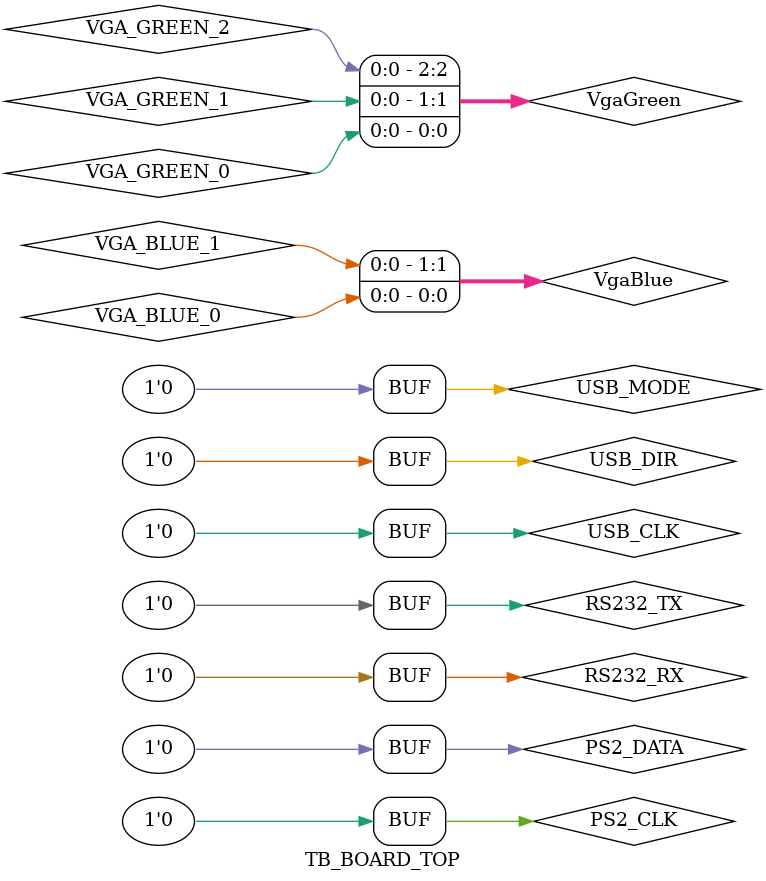
<source format=v>
`define PCLK TB_BOARD_TOP.board_top.fpga_top.fpga_bus_top.digital_top.vga_top.CLK_VGA

/* Insert module header here */
module TB_BOARD_TOP ();

    // Push-buttons
    wire       BTN_0  ; // 
    wire       BTN_1  ; // 
    wire       BTN_2  ; // 
    wire       BTN_3  ; //

//    // 50MHz master clock wire 
//    wire       CLK                   ; //

    // EPP interface to USB chip
    wire       EPP_ASTB              ; // 
    wire       EPP_DSTB              ; // 
    wire       EPP_WAIT              ; //

    // PS2 Interface
    wire       PS2_CLK               = 1'b0; // 
    wire       PS2_DATA              = 1'b0; //

    // RS232 port
    wire       RS232_RX              = 1'b0; // 
    wire       RS232_TX              = 1'b0; //

    // Slider switches
    wire       SW_0   ; // 
    wire       SW_1   ; // 
    wire       SW_2   ; // 
    wire       SW_3   ; // 
    wire       SW_4   ; // 
    wire       SW_5   ; // 
    wire       SW_6   ; // 
    wire       SW_7   ; //

    // USB control
    wire       USB_ADDR_0            ; // 
    wire       USB_ADDR_1            ; // 
    wire       USB_CLK               = 1'b0; // 
    wire       USB_DATA_0            ; // 
    wire       USB_DATA_1            ; // 
    wire       USB_DATA_2            ; // 
    wire       USB_DATA_3            ; // 
    wire       USB_DATA_4            ; // 
    wire       USB_DATA_5            ; // 
    wire       USB_DATA_6            ; // 
    wire       USB_DATA_7            ; // 
    wire       USB_DIR               = 1'b0; // 
    wire       USB_FLAG              ; // 
    wire       USB_MODE              = 1'b0; // 
    wire       USB_OE                ; // 
    wire       USB_PKTEND            ; // 
    wire       USB_WR                ; //

    // VGA Interface
    wire       VGA_BLUE_0            ; // 
    wire       VGA_BLUE_1            ; // 
    wire       VGA_GREEN_0           ; // 
    wire       VGA_GREEN_1           ; // 
    wire       VGA_GREEN_2           ; // 
    wire       VGA_HSYNC             ; // 
    wire       VGA_RED_0             ; // 
    wire       VGA_RED_1             ; // 
    wire       VGA_RED_2             ; // 
    wire       VGA_VSYNC             ; // 

   wire  [2:0] VgaRed     = {VGA_RED_2  , VGA_RED_1  , VGA_RED_0}; 
   wire  [2:0] VgaGreen   = {VGA_GREEN_2, VGA_GREEN_1, VGA_GREEN_0}; 
   wire  [1:0] VgaBlue    = {VGA_BLUE_1 , VGA_BLUE_0}; 
   
   wire [7:0] VgaRed8b    = VgaRed   * 36 ; 
   wire [7:0] VgaGreen8b  = VgaGreen * 36 ; 
   wire [7:0] VgaBlue8b   = VgaBlue  * 85 ; 

   // testcase
   TESTCASE testcase();

   // required for the BUFGCE
   glbl glbl ();
   
   // BFMs
   VGA_SLAVE_MONITOR 
      #( .STORE_IMAGES         (  1),
      
	 .HORIZ_SYNC           ( 96),
	 .HORIZ_BACK_PORCH     ( 48),
	 .HORIZ_ACTIVE_WIDTH   (640),
	 .HORIZ_FRONT_PORCH    ( 16),
      
	 .VERT_SYNC            (  2),
	 .VERT_BACK_PORCH      ( 33),
	 .VERT_ACTIVE_HEIGHT   (480),
	 .VERT_FRONT_PORCH     ( 10),
      
	 .R_HI         	       ( 23),
	 .R_LO         	       ( 16),
	 .G_HI         	       ( 15),
	 .G_LO         	       (  8),
	 .B_HI         	       (  7),
	 .B_LO         	       (  0),
      
	 .COLOUR_DEPTH         (  8)
	 )
   vga_slave_monitor
      (
       .PCLK       (`PCLK      ),
       .VSYNC_IN   (VGA_VSYNC  ),
       .HSYNC_IN   (VGA_HSYNC  ),   
       .RED_IN     (VgaRed8b   ),
       .GREEN_IN   (VgaGreen8b ),
       .BLUE_IN    (VgaBlue8b  )
       );

   EPP_MASTER_BFM epp_master_bfm
      (
       .EPP_DATA_INOUT  ({USB_DATA_7, USB_DATA_6, USB_DATA_5, USB_DATA_4,
			  USB_DATA_3, USB_DATA_2, USB_DATA_1, USB_DATA_0}),
       .EPP_WRITE_OUT   (USB_FLAG ),
       .EPP_ASTB_OUT    (EPP_ASTB ),
       .EPP_DSTB_OUT    (EPP_DSTB ),
       .EPP_WAIT_IN     (EPP_WAIT ),

       .EPP_INT_IN      (1'b0     ),
       .EPP_RESET_OUT   ( ) 
       );

BTN_SW_BFM btn_sw_bfm
   (
    .BTN_0        (BTN_0  ),
    .BTN_1        (BTN_1  ),
    .BTN_2        (BTN_2  ),
    .BTN_3        (BTN_3  ),

    .SW_0         (SW_0   ),
    .SW_1         (SW_1   ),
    .SW_2         (SW_2   ),
    .SW_3         (SW_3   ),
    .SW_4         (SW_4   ),
    .SW_5         (SW_5   ),
    .SW_6         (SW_6   ),
    .SW_7         (SW_7   )
    );

   BOARD_TOP board_top
      (

       .BTN_0_IN              (BTN_0                  ), // 
       .BTN_1_IN              (BTN_1                  ), // 
       .BTN_2_IN              (BTN_2                  ), // 
       .BTN_3_IN              (BTN_3                  ), //

       .EPP_ASTB_IN           (EPP_ASTB               ), // 
       .EPP_DSTB_IN           (EPP_DSTB               ), // 
       .EPP_WAIT_OUT          (EPP_WAIT               ), //

       .PS2_CLK_INOUT         (PS2_CLK                ), // 
       .PS2_DATA_INOUT        (PS2_DATA               ), //

       .RS232_RX_IN           (RS232_RX               ), // 
       .RS232_TX_INOUT        (RS232_TX               ), //

       .SW_0_IN               (SW_0                   ), // 
       .SW_1_IN               (SW_1                   ), // 
       .SW_2_IN               (SW_2                   ), // 
       .SW_3_IN               (SW_3                   ), // 
       .SW_4_IN               (SW_4                   ), // 
       .SW_5_IN               (SW_5                   ), // 
       .SW_6_IN               (SW_6                   ), // 
       .SW_7_IN               (SW_7                   ), //

       .USB_ADDR_0_OUT        (USB_ADDR_0             ), // 
       .USB_ADDR_1_OUT        (USB_ADDR_1             ), // 
       .USB_CLK_IN            (USB_CLK                ), // 
       .USB_DATA_0_INOUT      (USB_DATA_0             ), // 
       .USB_DATA_1_INOUT      (USB_DATA_1             ), // 
       .USB_DATA_2_INOUT      (USB_DATA_2             ), // 
       .USB_DATA_3_INOUT      (USB_DATA_3             ), // 
       .USB_DATA_4_INOUT      (USB_DATA_4             ), // 
       .USB_DATA_5_INOUT      (USB_DATA_5             ), // 
       .USB_DATA_6_INOUT      (USB_DATA_6             ), // 
       .USB_DATA_7_INOUT      (USB_DATA_7             ), // 
       .USB_DIR_IN            (USB_DIR                ), // 
       .USB_FLAG_IN           (USB_FLAG               ), // 
       .USB_MODE_IN           (USB_MODE               ), // 
       .USB_OE_OUT            (USB_OE                 ), // 
       .USB_PKTEND_OUT        (USB_PKTEND             ), // 
       .USB_WR_OUT            (USB_WR                 ), //

       .VGA_BLUE_0_OUT        (VGA_BLUE_0             ), // 
       .VGA_BLUE_1_OUT        (VGA_BLUE_1             ), // 
       .VGA_GREEN_0_OUT       (VGA_GREEN_0            ), // 
       .VGA_GREEN_1_OUT       (VGA_GREEN_1            ), // 
       .VGA_GREEN_2_OUT       (VGA_GREEN_2            ), // 
       .VGA_HSYNC_OUT         (VGA_HSYNC              ), // 
       .VGA_RED_0_OUT         (VGA_RED_0              ), // 
       .VGA_RED_1_OUT         (VGA_RED_1              ), // 
       .VGA_RED_2_OUT         (VGA_RED_2              ), // 
       .VGA_VSYNC_OUT         (VGA_VSYNC              )  // 

       );
    
    
endmodule // TB_FPGA_TOP
</source>
